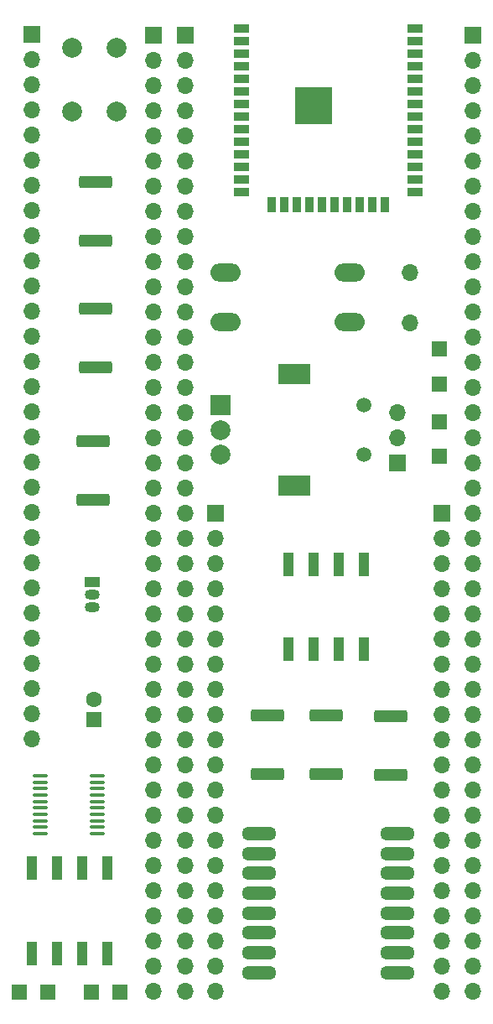
<source format=gts>
G04 #@! TF.GenerationSoftware,KiCad,Pcbnew,7.0.7*
G04 #@! TF.CreationDate,2023-10-26T11:16:57-04:00*
G04 #@! TF.ProjectId,sensor_node,73656e73-6f72-45f6-9e6f-64652e6b6963,rev?*
G04 #@! TF.SameCoordinates,Original*
G04 #@! TF.FileFunction,Soldermask,Top*
G04 #@! TF.FilePolarity,Negative*
%FSLAX46Y46*%
G04 Gerber Fmt 4.6, Leading zero omitted, Abs format (unit mm)*
G04 Created by KiCad (PCBNEW 7.0.7) date 2023-10-26 11:16:57*
%MOMM*%
%LPD*%
G01*
G04 APERTURE LIST*
G04 Aperture macros list*
%AMRoundRect*
0 Rectangle with rounded corners*
0 $1 Rounding radius*
0 $2 $3 $4 $5 $6 $7 $8 $9 X,Y pos of 4 corners*
0 Add a 4 corners polygon primitive as box body*
4,1,4,$2,$3,$4,$5,$6,$7,$8,$9,$2,$3,0*
0 Add four circle primitives for the rounded corners*
1,1,$1+$1,$2,$3*
1,1,$1+$1,$4,$5*
1,1,$1+$1,$6,$7*
1,1,$1+$1,$8,$9*
0 Add four rect primitives between the rounded corners*
20,1,$1+$1,$2,$3,$4,$5,0*
20,1,$1+$1,$4,$5,$6,$7,0*
20,1,$1+$1,$6,$7,$8,$9,0*
20,1,$1+$1,$8,$9,$2,$3,0*%
G04 Aperture macros list end*
%ADD10RoundRect,0.250000X-1.425000X0.362500X-1.425000X-0.362500X1.425000X-0.362500X1.425000X0.362500X0*%
%ADD11C,1.500000*%
%ADD12R,2.000000X2.000000*%
%ADD13C,2.000000*%
%ADD14R,3.200000X2.000000*%
%ADD15R,1.700000X1.700000*%
%ADD16O,1.700000X1.700000*%
%ADD17O,3.500000X1.350000*%
%ADD18RoundRect,0.250000X1.425000X-0.362500X1.425000X0.362500X-1.425000X0.362500X-1.425000X-0.362500X0*%
%ADD19RoundRect,0.100000X-0.637500X-0.100000X0.637500X-0.100000X0.637500X0.100000X-0.637500X0.100000X0*%
%ADD20R,1.500000X0.900000*%
%ADD21R,0.900000X1.500000*%
%ADD22C,0.600000*%
%ADD23R,3.800000X3.800000*%
%ADD24R,1.600000X1.600000*%
%ADD25C,1.600000*%
%ADD26R,1.500000X1.500000*%
%ADD27R,1.120000X2.440000*%
%ADD28R,1.500000X1.050000*%
%ADD29O,1.500000X1.050000*%
%ADD30O,3.048000X1.850000*%
G04 APERTURE END LIST*
D10*
X123222000Y-125038500D03*
X123222000Y-130963500D03*
D11*
X126982000Y-93676000D03*
X126982000Y-98676000D03*
D12*
X112482000Y-93676000D03*
D13*
X112482000Y-98676000D03*
X112482000Y-96176000D03*
D14*
X119982000Y-90576000D03*
X119982000Y-101776000D03*
D15*
X130407000Y-99526000D03*
D16*
X130407000Y-96986000D03*
X130407000Y-94446000D03*
D17*
X130382000Y-150951000D03*
X130382000Y-148951000D03*
X130382000Y-146951000D03*
X130382000Y-144951000D03*
X130382000Y-142951000D03*
X130382000Y-140951000D03*
X130382000Y-138951000D03*
X130382000Y-136951000D03*
X116388000Y-150951000D03*
X116388000Y-148951000D03*
X116388000Y-146951000D03*
X116388000Y-144951000D03*
X116388000Y-142951000D03*
X116388000Y-140951000D03*
X116388000Y-138951000D03*
X116388000Y-136951000D03*
D18*
X99682000Y-103226000D03*
X99682000Y-97301000D03*
D19*
X94319500Y-131101000D03*
X94319500Y-131751000D03*
X94319500Y-132401000D03*
X94319500Y-133051000D03*
X94319500Y-133701000D03*
X94319500Y-134351000D03*
X94319500Y-135001000D03*
X94319500Y-135651000D03*
X94319500Y-136301000D03*
X94319500Y-136951000D03*
X100044500Y-136951000D03*
X100044500Y-136301000D03*
X100044500Y-135651000D03*
X100044500Y-135001000D03*
X100044500Y-134351000D03*
X100044500Y-133701000D03*
X100044500Y-133051000D03*
X100044500Y-132401000D03*
X100044500Y-131751000D03*
X100044500Y-131101000D03*
D10*
X117222000Y-125038500D03*
X117222000Y-130963500D03*
D20*
X114652000Y-55700000D03*
X114652000Y-56970000D03*
X114652000Y-58240000D03*
X114652000Y-59510000D03*
X114652000Y-60780000D03*
X114652000Y-62050000D03*
X114652000Y-63320000D03*
X114652000Y-64590000D03*
X114652000Y-65860000D03*
X114652000Y-67130000D03*
X114652000Y-68400000D03*
X114652000Y-69670000D03*
X114652000Y-70940000D03*
X114652000Y-72210000D03*
D21*
X117692000Y-73460000D03*
X118962000Y-73460000D03*
X120232000Y-73460000D03*
X121502000Y-73460000D03*
X122772000Y-73460000D03*
X124042000Y-73460000D03*
X125312000Y-73460000D03*
X126582000Y-73460000D03*
X127852000Y-73460000D03*
X129122000Y-73460000D03*
D20*
X132152000Y-72210000D03*
X132152000Y-70940000D03*
X132152000Y-69670000D03*
X132152000Y-68400000D03*
X132152000Y-67130000D03*
X132152000Y-65860000D03*
X132152000Y-64590000D03*
X132152000Y-63320000D03*
X132152000Y-62050000D03*
X132152000Y-60780000D03*
X132152000Y-59510000D03*
X132152000Y-58240000D03*
X132152000Y-56970000D03*
X132152000Y-55700000D03*
D22*
X120502000Y-62720000D03*
X120502000Y-64120000D03*
X121202000Y-62020000D03*
X121202000Y-63420000D03*
X121202000Y-64820000D03*
X121877000Y-62720000D03*
X121877000Y-64120000D03*
D23*
X121902000Y-63420000D03*
D22*
X122602000Y-62020000D03*
X122602000Y-63420000D03*
X122602000Y-64820000D03*
X123302000Y-62720000D03*
X123302000Y-64120000D03*
D15*
X108957000Y-56326000D03*
D16*
X108957000Y-58866000D03*
X108957000Y-61406000D03*
X108957000Y-63946000D03*
X108957000Y-66486000D03*
X108957000Y-69026000D03*
X108957000Y-71566000D03*
X108957000Y-74106000D03*
X108957000Y-76646000D03*
X108957000Y-79186000D03*
X108957000Y-81726000D03*
X108957000Y-84266000D03*
X108957000Y-86806000D03*
X108957000Y-89346000D03*
X108957000Y-91886000D03*
X108957000Y-94426000D03*
X108957000Y-96966000D03*
X108957000Y-99506000D03*
X108957000Y-102046000D03*
X108957000Y-104586000D03*
X108957000Y-107126000D03*
X108957000Y-109666000D03*
X108957000Y-112206000D03*
X108957000Y-114746000D03*
X108957000Y-117286000D03*
X108957000Y-119826000D03*
X108957000Y-122366000D03*
X108957000Y-124906000D03*
X108957000Y-127446000D03*
X108957000Y-129986000D03*
X108957000Y-132526000D03*
X108957000Y-135066000D03*
X108957000Y-137606000D03*
X108957000Y-140146000D03*
X108957000Y-142686000D03*
X108957000Y-145226000D03*
X108957000Y-147766000D03*
X108957000Y-150306000D03*
X108957000Y-152846000D03*
D15*
X137982000Y-56326000D03*
D16*
X137982000Y-58866000D03*
X137982000Y-61406000D03*
X137982000Y-63946000D03*
X137982000Y-66486000D03*
X137982000Y-69026000D03*
X137982000Y-71566000D03*
X137982000Y-74106000D03*
X137982000Y-76646000D03*
X137982000Y-79186000D03*
X137982000Y-81726000D03*
X137982000Y-84266000D03*
X137982000Y-86806000D03*
X137982000Y-89346000D03*
X137982000Y-91886000D03*
X137982000Y-94426000D03*
X137982000Y-96966000D03*
X137982000Y-99506000D03*
X137982000Y-102046000D03*
X137982000Y-104586000D03*
X137982000Y-107126000D03*
X137982000Y-109666000D03*
X137982000Y-112206000D03*
X137982000Y-114746000D03*
X137982000Y-117286000D03*
X137982000Y-119826000D03*
X137982000Y-122366000D03*
X137982000Y-124906000D03*
X137982000Y-127446000D03*
X137982000Y-129986000D03*
X137982000Y-132526000D03*
X137982000Y-135066000D03*
X137982000Y-137606000D03*
X137982000Y-140146000D03*
X137982000Y-142686000D03*
X137982000Y-145226000D03*
X137982000Y-147766000D03*
X137982000Y-150306000D03*
X137982000Y-152846000D03*
D10*
X99882000Y-71163500D03*
X99882000Y-77088500D03*
D18*
X129722000Y-131013500D03*
X129722000Y-125088500D03*
D24*
X99732000Y-125431113D03*
D25*
X99732000Y-123431113D03*
D26*
X134600000Y-88026000D03*
D15*
X105782000Y-56300000D03*
D16*
X105782000Y-58840000D03*
X105782000Y-61380000D03*
X105782000Y-63920000D03*
X105782000Y-66460000D03*
X105782000Y-69000000D03*
X105782000Y-71540000D03*
X105782000Y-74080000D03*
X105782000Y-76620000D03*
X105782000Y-79160000D03*
X105782000Y-81700000D03*
X105782000Y-84240000D03*
X105782000Y-86780000D03*
X105782000Y-89320000D03*
X105782000Y-91860000D03*
X105782000Y-94400000D03*
X105782000Y-96940000D03*
X105782000Y-99480000D03*
X105782000Y-102020000D03*
X105782000Y-104560000D03*
X105782000Y-107100000D03*
X105782000Y-109640000D03*
X105782000Y-112180000D03*
X105782000Y-114720000D03*
X105782000Y-117260000D03*
X105782000Y-119800000D03*
X105782000Y-122340000D03*
X105782000Y-124880000D03*
X105782000Y-127420000D03*
X105782000Y-129960000D03*
X105782000Y-132500000D03*
X105782000Y-135040000D03*
X105782000Y-137580000D03*
X105782000Y-140120000D03*
X105782000Y-142660000D03*
X105782000Y-145200000D03*
X105782000Y-147740000D03*
X105782000Y-150280000D03*
X105782000Y-152820000D03*
D18*
X99882000Y-89888500D03*
X99882000Y-83963500D03*
D13*
X97532000Y-64076000D03*
X97532000Y-57576000D03*
X102032000Y-64076000D03*
X102032000Y-57576000D03*
D26*
X134600000Y-91576000D03*
D15*
X93500000Y-56276000D03*
D16*
X93500000Y-58816000D03*
X93500000Y-61356000D03*
X93500000Y-63896000D03*
X93500000Y-66436000D03*
X93500000Y-68976000D03*
X93500000Y-71516000D03*
X93500000Y-74056000D03*
X93500000Y-76596000D03*
X93500000Y-79136000D03*
X93500000Y-81676000D03*
X93500000Y-84216000D03*
X93500000Y-86756000D03*
X93500000Y-89296000D03*
X93500000Y-91836000D03*
X93500000Y-94376000D03*
X93500000Y-96916000D03*
X93500000Y-99456000D03*
X93500000Y-101996000D03*
X93500000Y-104536000D03*
X93500000Y-107076000D03*
X93500000Y-109616000D03*
X93500000Y-112156000D03*
X93500000Y-114696000D03*
X93500000Y-117236000D03*
X93500000Y-119776000D03*
X93500000Y-122316000D03*
X93500000Y-124856000D03*
X93500000Y-127396000D03*
D26*
X95082000Y-152926000D03*
X134600000Y-98876000D03*
D27*
X127002000Y-109726000D03*
X124462000Y-109726000D03*
X121922000Y-109726000D03*
X119382000Y-109726000D03*
X119382000Y-118336000D03*
X121922000Y-118336000D03*
X124462000Y-118336000D03*
X127002000Y-118336000D03*
D26*
X134600000Y-95326000D03*
D15*
X112047000Y-104566000D03*
D16*
X112047000Y-107106000D03*
X112047000Y-109646000D03*
X112047000Y-112186000D03*
X112047000Y-114726000D03*
X112047000Y-117266000D03*
X112047000Y-119806000D03*
X112047000Y-122346000D03*
X112047000Y-124886000D03*
X112047000Y-127426000D03*
X112047000Y-129966000D03*
X112047000Y-132506000D03*
X112047000Y-135046000D03*
X112047000Y-137586000D03*
X112047000Y-140126000D03*
X112047000Y-142666000D03*
X112047000Y-145206000D03*
X112047000Y-147746000D03*
X112047000Y-150286000D03*
X112047000Y-152826000D03*
D15*
X134907000Y-104566000D03*
D16*
X134907000Y-107106000D03*
X134907000Y-109646000D03*
X134907000Y-112186000D03*
X134907000Y-114726000D03*
X134907000Y-117266000D03*
X134907000Y-119806000D03*
X134907000Y-122346000D03*
X134907000Y-124886000D03*
X134907000Y-127426000D03*
X134907000Y-129966000D03*
X134907000Y-132506000D03*
X134907000Y-135046000D03*
X134907000Y-137586000D03*
X134907000Y-140126000D03*
X134907000Y-142666000D03*
X134907000Y-145206000D03*
X134907000Y-147746000D03*
X134907000Y-150286000D03*
X134907000Y-152826000D03*
D26*
X92182000Y-152926000D03*
D28*
X99600000Y-111560000D03*
D29*
X99600000Y-112830000D03*
X99600000Y-114100000D03*
D27*
X93490000Y-149031000D03*
X96030000Y-149031000D03*
X98570000Y-149031000D03*
X101110000Y-149031000D03*
X101110000Y-140421000D03*
X98570000Y-140421000D03*
X96030000Y-140421000D03*
X93490000Y-140421000D03*
D16*
X131622000Y-85366000D03*
X131622000Y-80286000D03*
D26*
X102382000Y-152926000D03*
X99482000Y-152926000D03*
D30*
X113032000Y-80326000D03*
X125532000Y-80326000D03*
X113032000Y-85326000D03*
X125532000Y-85326000D03*
M02*

</source>
